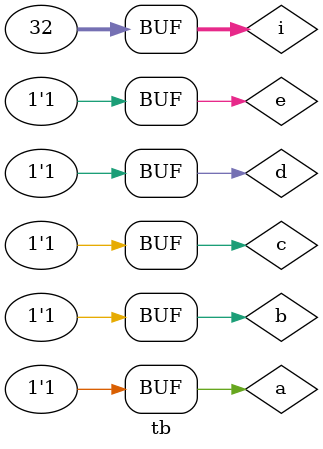
<source format=v>
module tb;
  reg a, b, c, d, e;
  wire z;
  integer i;
  combo u0 ( .a(a), .b(b), .c(c), .d(d), .e(e), .z(z));
  
  initial begin
    a <= 0;
    b <= 0;
    c <= 0;
    d <= 0;
    e <= 0;
 
    $monitor ("a=%0b b=%0b c=%0b d=%0b e=%0b z=%0b", 
              a, b, c, d, e, z);
 
    for (i = 0; i < 32; i = i + 1) begin
      {a, b, c, d, e} = i;
      #10;
    end
  end
endmodule

</source>
